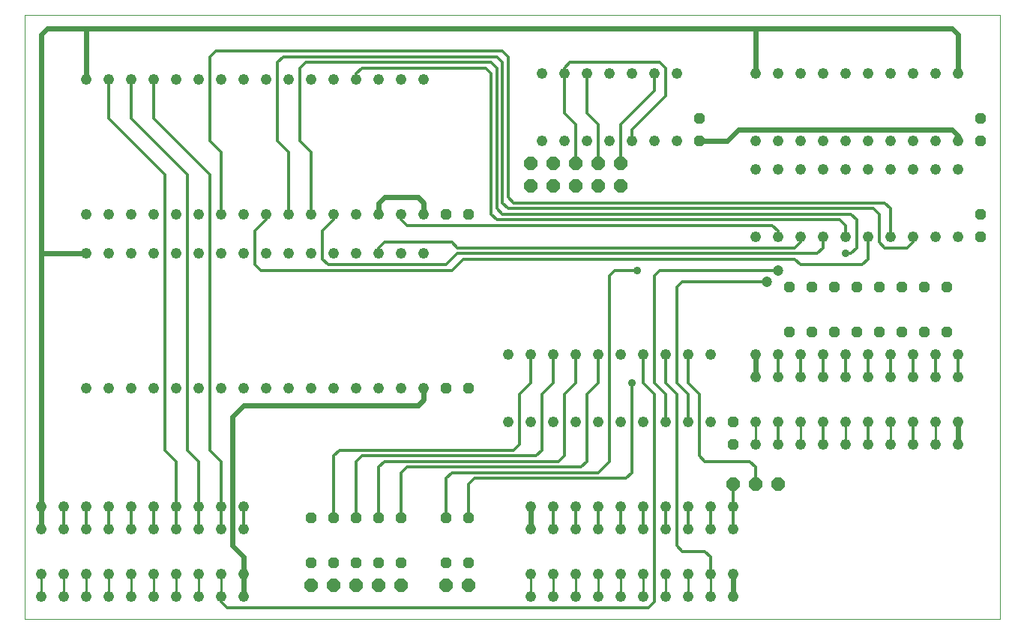
<source format=gtl>
G75*
%MOIN*%
%OFA0B0*%
%FSLAX24Y24*%
%IPPOS*%
%LPD*%
%AMOC8*
5,1,8,0,0,1.08239X$1,22.5*
%
%ADD10C,0.0000*%
%ADD11C,0.0480*%
%ADD12OC8,0.0600*%
%ADD13OC8,0.0480*%
%ADD14C,0.0240*%
%ADD15C,0.0100*%
%ADD16C,0.0120*%
%ADD17C,0.0354*%
%ADD18C,0.0472*%
D10*
X000100Y000100D02*
X000100Y026970D01*
X043467Y026970D01*
X043467Y000100D01*
X000100Y000100D01*
D11*
X000850Y001100D03*
X000850Y002100D03*
X001850Y002100D03*
X002850Y002100D03*
X003850Y002100D03*
X003850Y001100D03*
X002850Y001100D03*
X001850Y001100D03*
X004850Y001100D03*
X005850Y001100D03*
X006850Y001100D03*
X007850Y001100D03*
X007850Y002100D03*
X006850Y002100D03*
X005850Y002100D03*
X004850Y002100D03*
X004850Y004100D03*
X005850Y004100D03*
X006850Y004100D03*
X007850Y004100D03*
X007850Y005100D03*
X006850Y005100D03*
X005850Y005100D03*
X004850Y005100D03*
X003850Y005100D03*
X002850Y005100D03*
X001850Y005100D03*
X001850Y004100D03*
X002850Y004100D03*
X003850Y004100D03*
X000850Y004100D03*
X000850Y005100D03*
X008850Y005100D03*
X009850Y005100D03*
X009850Y004100D03*
X008850Y004100D03*
X008850Y002100D03*
X009850Y002100D03*
X009850Y001100D03*
X008850Y001100D03*
X021600Y008850D03*
X022600Y008850D03*
X023600Y008850D03*
X024600Y008850D03*
X025600Y008850D03*
X026600Y008850D03*
X027600Y008850D03*
X028600Y008850D03*
X029600Y008850D03*
X030600Y008850D03*
X032600Y008850D03*
X033600Y008850D03*
X034600Y008850D03*
X035600Y008850D03*
X036600Y008850D03*
X037600Y008850D03*
X038600Y008850D03*
X039600Y008850D03*
X040600Y008850D03*
X041600Y008850D03*
X041600Y007850D03*
X040600Y007850D03*
X039600Y007850D03*
X038600Y007850D03*
X037600Y007850D03*
X036600Y007850D03*
X035600Y007850D03*
X034600Y007850D03*
X033600Y007850D03*
X032600Y007850D03*
X031600Y005100D03*
X030600Y005100D03*
X029600Y005100D03*
X028600Y005100D03*
X028600Y004100D03*
X029600Y004100D03*
X030600Y004100D03*
X031600Y004100D03*
X031600Y002100D03*
X030600Y002100D03*
X029600Y002100D03*
X028600Y002100D03*
X028600Y001100D03*
X029600Y001100D03*
X030600Y001100D03*
X031600Y001100D03*
X027600Y001100D03*
X026600Y001100D03*
X025600Y001100D03*
X025600Y002100D03*
X026600Y002100D03*
X027600Y002100D03*
X024600Y002100D03*
X023600Y002100D03*
X022600Y002100D03*
X022600Y001100D03*
X023600Y001100D03*
X024600Y001100D03*
X024600Y004100D03*
X023600Y004100D03*
X022600Y004100D03*
X022600Y005100D03*
X023600Y005100D03*
X024600Y005100D03*
X025600Y005100D03*
X026600Y005100D03*
X027600Y005100D03*
X027600Y004100D03*
X026600Y004100D03*
X025600Y004100D03*
X017850Y010350D03*
X016850Y010350D03*
X015850Y010350D03*
X014850Y010350D03*
X013850Y010350D03*
X012850Y010350D03*
X011850Y010350D03*
X010850Y010350D03*
X009850Y010350D03*
X008850Y010350D03*
X007850Y010350D03*
X006850Y010350D03*
X005850Y010350D03*
X004850Y010350D03*
X003850Y010350D03*
X002850Y010350D03*
X002850Y016350D03*
X003850Y016350D03*
X004850Y016350D03*
X005850Y016350D03*
X006850Y016350D03*
X007850Y016350D03*
X008850Y016350D03*
X009850Y016350D03*
X010850Y016350D03*
X011850Y016350D03*
X012850Y016350D03*
X013850Y016350D03*
X014850Y016350D03*
X015850Y016350D03*
X016850Y016350D03*
X017850Y016350D03*
X017850Y018100D03*
X016850Y018100D03*
X015850Y018100D03*
X014850Y018100D03*
X013850Y018100D03*
X012850Y018100D03*
X011850Y018100D03*
X010850Y018100D03*
X009850Y018100D03*
X008850Y018100D03*
X007850Y018100D03*
X006850Y018100D03*
X005850Y018100D03*
X004850Y018100D03*
X003850Y018100D03*
X002850Y018100D03*
X002850Y024100D03*
X003850Y024100D03*
X004850Y024100D03*
X005850Y024100D03*
X006850Y024100D03*
X007850Y024100D03*
X008850Y024100D03*
X009850Y024100D03*
X010850Y024100D03*
X011850Y024100D03*
X012850Y024100D03*
X013850Y024100D03*
X014850Y024100D03*
X015850Y024100D03*
X016850Y024100D03*
X017850Y024100D03*
X023100Y024350D03*
X024100Y024350D03*
X025100Y024350D03*
X026100Y024350D03*
X027100Y024350D03*
X028100Y024350D03*
X029100Y024350D03*
X032600Y024350D03*
X033600Y024350D03*
X034600Y024350D03*
X035600Y024350D03*
X036600Y024350D03*
X037600Y024350D03*
X038600Y024350D03*
X039600Y024350D03*
X040600Y024350D03*
X041600Y024350D03*
X041600Y021350D03*
X040600Y021350D03*
X039600Y021350D03*
X038600Y021350D03*
X037600Y021350D03*
X036600Y021350D03*
X035600Y021350D03*
X034600Y021350D03*
X033600Y021350D03*
X032600Y021350D03*
X032600Y020100D03*
X033600Y020100D03*
X034600Y020100D03*
X035600Y020100D03*
X036600Y020100D03*
X037600Y020100D03*
X038600Y020100D03*
X039600Y020100D03*
X040600Y020100D03*
X041600Y020100D03*
X041600Y017100D03*
X040600Y017100D03*
X039600Y017100D03*
X038600Y017100D03*
X037600Y017100D03*
X036600Y017100D03*
X035600Y017100D03*
X034600Y017100D03*
X033600Y017100D03*
X032600Y017100D03*
X029100Y021350D03*
X028100Y021350D03*
X027100Y021350D03*
X026100Y021350D03*
X025100Y021350D03*
X024100Y021350D03*
X023100Y021350D03*
X022600Y011850D03*
X021600Y011850D03*
X023600Y011850D03*
X024600Y011850D03*
X025600Y011850D03*
X026600Y011850D03*
X027600Y011850D03*
X028600Y011850D03*
X029600Y011850D03*
X030600Y011850D03*
X032600Y011850D03*
X033600Y011850D03*
X034600Y011850D03*
X035600Y011850D03*
X035600Y010850D03*
X034600Y010850D03*
X033600Y010850D03*
X032600Y010850D03*
X036600Y010850D03*
X037600Y010850D03*
X038600Y010850D03*
X038600Y011850D03*
X037600Y011850D03*
X036600Y011850D03*
X039600Y011850D03*
X040600Y011850D03*
X041600Y011850D03*
X041600Y010850D03*
X040600Y010850D03*
X039600Y010850D03*
D12*
X033600Y006100D03*
X032600Y006100D03*
X031600Y006100D03*
X019850Y001600D03*
X018850Y001600D03*
X016850Y001600D03*
X015850Y001600D03*
X014850Y001600D03*
X013850Y001600D03*
X012850Y001600D03*
X022600Y019350D03*
X023600Y019350D03*
X024600Y019350D03*
X025600Y019350D03*
X026600Y019350D03*
X026600Y020350D03*
X025600Y020350D03*
X024600Y020350D03*
X023600Y020350D03*
X022600Y020350D03*
D13*
X019850Y018100D03*
X018850Y018100D03*
X030100Y021350D03*
X030100Y022350D03*
X034100Y014850D03*
X035100Y014850D03*
X036100Y014850D03*
X037100Y014850D03*
X038100Y014850D03*
X039100Y014850D03*
X040100Y014850D03*
X041100Y014850D03*
X041100Y012850D03*
X040100Y012850D03*
X039100Y012850D03*
X038100Y012850D03*
X037100Y012850D03*
X036100Y012850D03*
X035100Y012850D03*
X034100Y012850D03*
X031600Y008850D03*
X031600Y007850D03*
X019850Y010350D03*
X018850Y010350D03*
X018850Y004600D03*
X019850Y004600D03*
X019850Y002600D03*
X018850Y002600D03*
X016850Y002600D03*
X015850Y002600D03*
X014850Y002600D03*
X013850Y002600D03*
X012850Y002600D03*
X012850Y004600D03*
X013850Y004600D03*
X014850Y004600D03*
X015850Y004600D03*
X016850Y004600D03*
X042600Y017100D03*
X042600Y018100D03*
X042600Y021350D03*
X042600Y022350D03*
D14*
X041600Y021600D02*
X041600Y021350D01*
X041600Y021600D02*
X041350Y021850D01*
X031850Y021850D01*
X031350Y021350D01*
X030100Y021350D01*
X032600Y024350D02*
X032600Y026350D01*
X002850Y026350D01*
X002850Y024100D01*
X000850Y026100D02*
X001100Y026350D01*
X002850Y026350D01*
X000850Y026100D02*
X000850Y016350D01*
X002850Y016350D01*
X000850Y016350D02*
X000850Y005100D01*
X000850Y004100D01*
X009350Y003350D02*
X009850Y002850D01*
X009850Y002100D01*
X009850Y001100D01*
X009350Y003350D02*
X009350Y009100D01*
X009850Y009600D01*
X017600Y009600D01*
X017850Y009850D01*
X017850Y010350D01*
X022600Y005100D02*
X022600Y004100D01*
X031600Y002100D02*
X031600Y001100D01*
X041600Y007850D02*
X041600Y008850D01*
X032600Y010850D02*
X032600Y011850D01*
X017850Y018100D02*
X017850Y018600D01*
X017600Y018850D01*
X016100Y018850D01*
X015850Y018600D01*
X015850Y018100D01*
X032600Y026350D02*
X041350Y026350D01*
X041600Y026100D01*
X041600Y024350D01*
D15*
X040600Y008850D02*
X040600Y007850D01*
X038600Y007850D02*
X038600Y008850D01*
X036600Y008850D02*
X036600Y007850D01*
X034600Y007850D02*
X034600Y008850D01*
X032600Y008850D02*
X032600Y007850D01*
X030600Y002100D02*
X030600Y001100D01*
X029600Y001100D02*
X029600Y002100D01*
X028600Y002100D02*
X028600Y001100D01*
X027600Y001100D02*
X027600Y002100D01*
X026600Y002100D02*
X026600Y001100D01*
X025600Y001100D02*
X025600Y002100D01*
X024600Y002100D02*
X024600Y001100D01*
X023600Y001100D02*
X023600Y002100D01*
X022600Y002100D02*
X022600Y001100D01*
X008850Y001100D02*
X008850Y002100D01*
X007850Y002100D02*
X007850Y001100D01*
X006850Y001100D02*
X006850Y002100D01*
X005850Y002100D02*
X005850Y001100D01*
X004850Y001100D02*
X004850Y002100D01*
X003850Y002100D02*
X003850Y001100D01*
X002850Y001100D02*
X002850Y002100D01*
X001850Y002100D02*
X001850Y001100D01*
X000850Y001100D02*
X000850Y002100D01*
D16*
X001850Y004100D02*
X001850Y005100D01*
X002850Y005100D02*
X002850Y004100D01*
X003850Y004100D02*
X003850Y005100D01*
X004850Y005100D02*
X004850Y004100D01*
X005850Y004100D02*
X005850Y005100D01*
X006850Y005100D02*
X006850Y007100D01*
X006350Y007600D01*
X006350Y019850D01*
X003850Y022350D01*
X003850Y024100D01*
X004850Y024100D02*
X004850Y022350D01*
X007350Y019850D01*
X007350Y007600D01*
X007850Y007100D01*
X007850Y005100D01*
X007850Y004100D01*
X006850Y004100D02*
X006850Y005100D01*
X008850Y005100D02*
X008850Y004100D01*
X009850Y004100D02*
X009850Y005100D01*
X008850Y005100D02*
X008850Y007100D01*
X008350Y007600D01*
X008350Y019850D01*
X005850Y022350D01*
X005850Y024100D01*
X008350Y025100D02*
X008350Y021350D01*
X008850Y020850D01*
X008850Y018100D01*
X010350Y017350D02*
X010850Y017850D01*
X010850Y018100D01*
X010350Y017350D02*
X010350Y015850D01*
X010600Y015600D01*
X019100Y015600D01*
X019600Y016100D01*
X034350Y016100D01*
X034600Y015850D01*
X037350Y015850D01*
X037600Y016100D01*
X037600Y017100D01*
X038100Y016850D02*
X038100Y018100D01*
X037850Y018350D01*
X021600Y018350D01*
X021350Y018600D01*
X021350Y024850D01*
X021100Y025100D01*
X011600Y025100D01*
X011350Y024850D01*
X011350Y021350D01*
X011850Y020850D01*
X011850Y018100D01*
X012850Y018100D02*
X012850Y020850D01*
X012350Y021350D01*
X012350Y024600D01*
X012600Y024850D01*
X020850Y024850D01*
X021100Y024600D01*
X021100Y018350D01*
X021350Y018100D01*
X036850Y018100D01*
X037100Y017850D01*
X037100Y016600D01*
X036850Y016350D01*
X036600Y016350D01*
X036600Y017100D02*
X036600Y017600D01*
X036350Y017850D01*
X021100Y017850D01*
X020850Y018100D01*
X020850Y024350D01*
X020600Y024600D01*
X015100Y024600D01*
X014850Y024350D01*
X014850Y024100D01*
X008600Y025350D02*
X008350Y025100D01*
X008600Y025350D02*
X021350Y025350D01*
X021600Y025100D01*
X021600Y018850D01*
X021850Y018600D01*
X038350Y018600D01*
X038600Y018350D01*
X038600Y017100D01*
X038350Y016600D02*
X038100Y016850D01*
X038350Y016600D02*
X039350Y016600D01*
X039600Y016850D01*
X039600Y017100D01*
X035600Y017100D02*
X035600Y016600D01*
X035350Y016350D01*
X019350Y016350D01*
X018850Y015850D01*
X013600Y015850D01*
X013350Y016100D01*
X013350Y017350D01*
X013850Y017850D01*
X013850Y018100D01*
X015850Y016600D02*
X015850Y016350D01*
X015850Y016600D02*
X016100Y016850D01*
X019100Y016850D01*
X019350Y016600D01*
X034350Y016600D01*
X034600Y016850D01*
X034600Y017100D01*
X033600Y017100D02*
X033600Y017350D01*
X033350Y017600D01*
X017100Y017600D01*
X016850Y017850D01*
X016850Y018100D01*
X024600Y020350D02*
X024600Y022100D01*
X024100Y022600D01*
X024100Y024350D01*
X024100Y024600D01*
X024350Y024850D01*
X028350Y024850D01*
X028600Y024600D01*
X028600Y023350D01*
X027100Y021850D01*
X027100Y021350D01*
X026600Y022100D02*
X026600Y020350D01*
X025600Y020350D02*
X025600Y022100D01*
X025100Y022600D01*
X025100Y024350D01*
X026600Y022100D02*
X028100Y023600D01*
X028100Y024350D01*
X028350Y015600D02*
X033600Y015600D01*
X033100Y015100D02*
X029350Y015100D01*
X029100Y014850D01*
X029100Y010600D01*
X029600Y010100D01*
X029600Y008850D01*
X028600Y008850D02*
X028600Y010100D01*
X028100Y010600D01*
X028100Y015350D01*
X028350Y015600D01*
X027350Y015600D02*
X026350Y015600D01*
X026100Y015350D01*
X026100Y007100D01*
X025600Y006600D01*
X019100Y006600D01*
X018850Y006350D01*
X018850Y004600D01*
X019850Y004600D02*
X019850Y006100D01*
X020100Y006350D01*
X026850Y006350D01*
X027100Y006600D01*
X027100Y010600D01*
X027600Y010600D02*
X027600Y011850D01*
X028600Y011850D02*
X028600Y010600D01*
X029100Y010100D01*
X029100Y003350D01*
X029350Y003100D01*
X030350Y003100D01*
X030600Y002850D01*
X030600Y002100D01*
X028100Y000850D02*
X027850Y000600D01*
X009100Y000600D01*
X008850Y000850D01*
X008850Y001100D01*
X013850Y004600D02*
X013850Y007350D01*
X014100Y007600D01*
X021850Y007600D01*
X022100Y007850D01*
X022100Y010100D01*
X022600Y010600D01*
X022600Y011850D01*
X023600Y011850D02*
X023600Y010600D01*
X023100Y010100D01*
X023100Y007600D01*
X022850Y007350D01*
X015100Y007350D01*
X014850Y007100D01*
X014850Y004600D01*
X015850Y004600D02*
X015850Y006850D01*
X016100Y007100D01*
X023850Y007100D01*
X024100Y007350D01*
X024100Y010100D01*
X024600Y010600D01*
X024600Y011850D01*
X025600Y011850D02*
X025600Y010600D01*
X025100Y010100D01*
X025100Y007100D01*
X024850Y006850D01*
X017100Y006850D01*
X016850Y006600D01*
X016850Y004600D01*
X023600Y005100D02*
X023600Y004100D01*
X024600Y004100D02*
X024600Y005100D01*
X025600Y005100D02*
X025600Y004100D01*
X026600Y004100D02*
X026600Y005100D01*
X027600Y005100D02*
X027600Y004100D01*
X028600Y004100D02*
X028600Y005100D01*
X029600Y005100D02*
X029600Y004100D01*
X030600Y004100D02*
X030600Y005100D01*
X031600Y005100D02*
X031600Y006100D01*
X032600Y006100D02*
X032600Y006850D01*
X032350Y007100D01*
X030350Y007100D01*
X030100Y007350D01*
X030100Y010100D01*
X029600Y010600D01*
X029600Y011850D01*
X028100Y010100D02*
X027600Y010600D01*
X028100Y010100D02*
X028100Y000850D01*
X031600Y004100D02*
X031600Y005100D01*
X033600Y007850D02*
X033600Y008850D01*
X035600Y008850D02*
X035600Y007850D01*
X037600Y007850D02*
X037600Y008850D01*
X039600Y008850D02*
X039600Y007850D01*
X039600Y010850D02*
X039600Y011850D01*
X040600Y011850D02*
X040600Y010850D01*
X041600Y010850D02*
X041600Y011850D01*
X038600Y011850D02*
X038600Y010850D01*
X037600Y010850D02*
X037600Y011850D01*
X036600Y011850D02*
X036600Y010850D01*
X035600Y010850D02*
X035600Y011850D01*
X034600Y011850D02*
X034600Y010850D01*
X033600Y010850D02*
X033600Y011850D01*
D17*
X027350Y015600D03*
X027100Y010600D03*
X036600Y016350D03*
D18*
X033600Y015600D03*
X033100Y015100D03*
M02*

</source>
